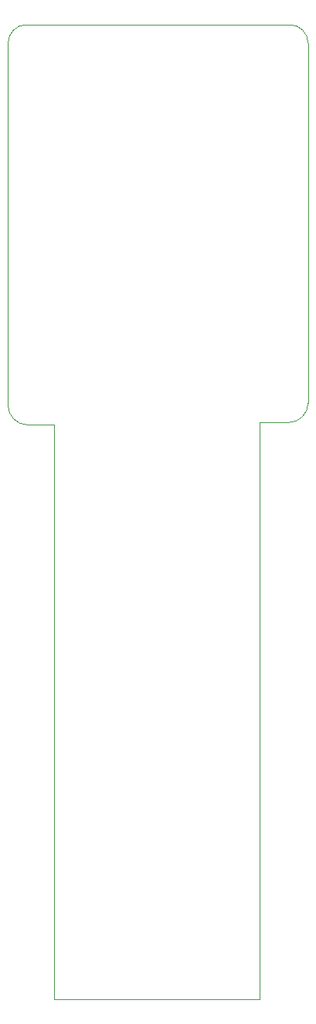
<source format=gbr>
%TF.GenerationSoftware,KiCad,Pcbnew,(6.0.11-0)*%
%TF.CreationDate,2023-10-17T10:34:42+02:00*%
%TF.ProjectId,ZESP32,5a455350-3332-42e6-9b69-6361645f7063,rev?*%
%TF.SameCoordinates,Original*%
%TF.FileFunction,Profile,NP*%
%FSLAX46Y46*%
G04 Gerber Fmt 4.6, Leading zero omitted, Abs format (unit mm)*
G04 Created by KiCad (PCBNEW (6.0.11-0)) date 2023-10-17 10:34:42*
%MOMM*%
%LPD*%
G01*
G04 APERTURE LIST*
%TA.AperFunction,Profile*%
%ADD10C,0.100000*%
%TD*%
G04 APERTURE END LIST*
D10*
X81788000Y-44196000D02*
X81788000Y-83820000D01*
X114681000Y-44196000D02*
X114681000Y-83566000D01*
X83820000Y-42164000D02*
X112649000Y-42164000D01*
X112522000Y-85725000D02*
X109347000Y-85725000D01*
X112522000Y-85725000D02*
G75*
G03*
X114681000Y-83566000I0J2159000D01*
G01*
X81788000Y-83820000D02*
G75*
G03*
X83947000Y-85979000I2159000J0D01*
G01*
X114681000Y-44196000D02*
G75*
G03*
X112649000Y-42164000I-2032000J0D01*
G01*
X109347000Y-148844000D02*
X86868000Y-148844000D01*
X109347000Y-85725000D02*
X109347000Y-148844000D01*
X83820000Y-42164000D02*
G75*
G03*
X81788000Y-44196000I0J-2032000D01*
G01*
X86868000Y-148844000D02*
X86868000Y-85979000D01*
X83947000Y-85979000D02*
X86868000Y-85979000D01*
M02*

</source>
